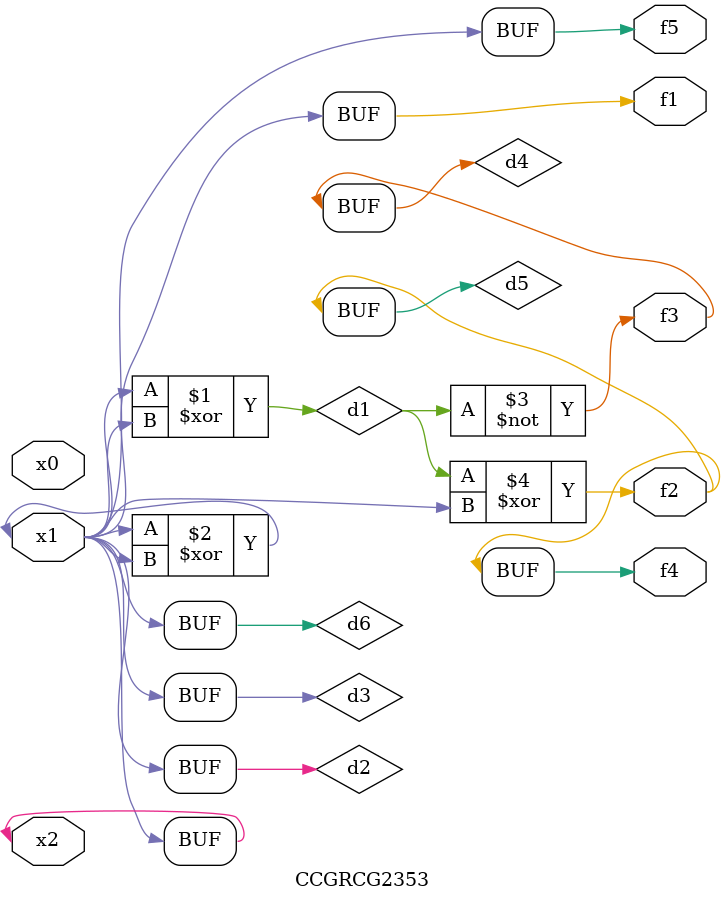
<source format=v>
module CCGRCG2353(
	input x0, x1, x2,
	output f1, f2, f3, f4, f5
);

	wire d1, d2, d3, d4, d5, d6;

	xor (d1, x1, x2);
	buf (d2, x1, x2);
	xor (d3, x1, x2);
	nor (d4, d1);
	xor (d5, d1, d2);
	buf (d6, d2, d3);
	assign f1 = d6;
	assign f2 = d5;
	assign f3 = d4;
	assign f4 = d5;
	assign f5 = d6;
endmodule

</source>
